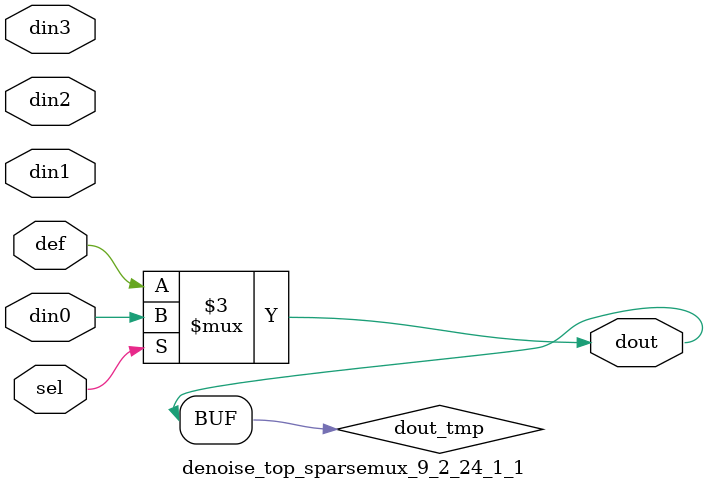
<source format=v>
`timescale 1ns / 1ps

module denoise_top_sparsemux_9_2_24_1_1 (din0,din1,din2,din3,def,sel,dout);

parameter din0_WIDTH = 1;

parameter din1_WIDTH = 1;

parameter din2_WIDTH = 1;

parameter din3_WIDTH = 1;

parameter def_WIDTH = 1;
parameter sel_WIDTH = 1;
parameter dout_WIDTH = 1;

parameter [sel_WIDTH-1:0] CASE0 = 1;

parameter [sel_WIDTH-1:0] CASE1 = 1;

parameter [sel_WIDTH-1:0] CASE2 = 1;

parameter [sel_WIDTH-1:0] CASE3 = 1;

parameter ID = 1;
parameter NUM_STAGE = 1;



input [din0_WIDTH-1:0] din0;

input [din1_WIDTH-1:0] din1;

input [din2_WIDTH-1:0] din2;

input [din3_WIDTH-1:0] din3;

input [def_WIDTH-1:0] def;
input [sel_WIDTH-1:0] sel;

output [dout_WIDTH-1:0] dout;



reg [dout_WIDTH-1:0] dout_tmp;


always @ (*) begin
(* parallel_case *) case (sel)
    
    CASE0 : dout_tmp = din0;
    
    CASE1 : dout_tmp = din1;
    
    CASE2 : dout_tmp = din2;
    
    CASE3 : dout_tmp = din3;
    
    default : dout_tmp = def;
endcase
end


assign dout = dout_tmp;



endmodule

</source>
